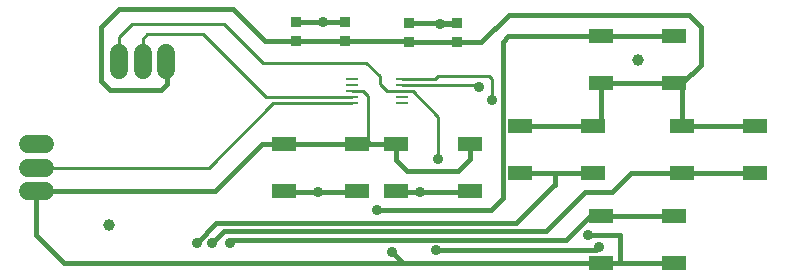
<source format=gbr>
G04 EAGLE Gerber RS-274X export*
G75*
%MOMM*%
%FSLAX34Y34*%
%LPD*%
%INTop Copper*%
%IPPOS*%
%AMOC8*
5,1,8,0,0,1.08239X$1,22.5*%
G01*
%ADD10C,1.000000*%
%ADD11C,1.500000*%
%ADD12R,2.000000X1.200000*%
%ADD13R,0.900000X0.900000*%
%ADD14R,1.000000X0.250000*%
%ADD15C,0.906400*%
%ADD16C,0.254000*%
%ADD17C,0.406400*%


D10*
X533400Y241300D03*
X85725Y101600D03*
D11*
X31800Y149860D02*
X16800Y149860D01*
X16800Y129860D02*
X31800Y129860D01*
X31800Y169860D02*
X16800Y169860D01*
X94300Y232360D02*
X94300Y247360D01*
X114300Y247360D02*
X114300Y232360D01*
X134300Y232360D02*
X134300Y247360D01*
D12*
X495820Y145100D03*
X433820Y145100D03*
X433820Y185100D03*
X495820Y185100D03*
X502400Y261300D03*
X564400Y261300D03*
X564400Y221300D03*
X502400Y221300D03*
X502400Y108900D03*
X564400Y108900D03*
X564400Y68900D03*
X502400Y68900D03*
X632980Y145100D03*
X570980Y145100D03*
X570980Y185100D03*
X632980Y185100D03*
D13*
X244295Y256795D03*
X244295Y272795D03*
X285295Y272795D03*
X285295Y256795D03*
X339545Y256160D03*
X339545Y272160D03*
X380545Y272160D03*
X380545Y256160D03*
D12*
X391045Y129860D03*
X329045Y129860D03*
X329045Y169860D03*
X391045Y169860D03*
X295795Y129860D03*
X233795Y129860D03*
X233795Y169860D03*
X295795Y169860D03*
D14*
X291289Y224630D03*
X291289Y219630D03*
X291289Y214630D03*
X291289Y209630D03*
X291289Y204630D03*
X333551Y204630D03*
X333551Y209630D03*
X333551Y214630D03*
X333551Y219630D03*
X333551Y224630D03*
D15*
X398780Y218440D03*
D16*
X397590Y219630D01*
X333551Y219630D01*
X333551Y224630D02*
X361790Y224630D01*
X364490Y227330D01*
X407670Y227330D01*
X410210Y224790D01*
X410210Y207010D01*
D15*
X410210Y207010D03*
D16*
X94300Y239860D02*
X94300Y260670D01*
X105410Y271780D01*
X182880Y271780D01*
X215900Y238760D01*
X303530Y238760D01*
X314960Y227330D01*
X314960Y220980D01*
X321310Y214630D01*
X333551Y214630D01*
X342900Y214630D01*
X364490Y193040D01*
X364490Y157480D01*
D15*
X364490Y157480D03*
X500380Y82550D03*
D17*
X497840Y80010D01*
X362709Y80010D01*
D15*
X362709Y80010D03*
D17*
X502400Y68900D02*
X518160Y68900D01*
X564400Y68900D01*
X502400Y221300D02*
X495820Y221300D01*
X329045Y169860D02*
X307340Y169860D01*
X295795Y169860D01*
D15*
X491490Y92710D03*
D17*
X295795Y169860D02*
X233795Y169860D01*
X244295Y256795D02*
X285295Y256795D01*
X338275Y256795D01*
X339545Y256160D01*
X380545Y256160D01*
X433820Y185100D02*
X495820Y185100D01*
X502400Y185100D01*
X502400Y221300D01*
X564400Y221300D01*
X570980Y221300D01*
X570980Y185100D01*
X632980Y185100D01*
X329045Y169860D02*
X329045Y156095D01*
X337820Y147320D01*
X381000Y147320D01*
X391045Y157365D01*
X391045Y169860D01*
X400940Y256160D02*
X380545Y256160D01*
X400940Y256160D02*
X424180Y279400D01*
X576580Y279400D01*
X586740Y269240D01*
X586740Y237060D01*
X570980Y221300D01*
X518160Y92710D02*
X491490Y92710D01*
X518160Y92710D02*
X518160Y68900D01*
X233795Y169860D02*
X215580Y169860D01*
X175580Y129860D01*
X24300Y129860D01*
X218185Y256795D02*
X244295Y256795D01*
X218185Y256795D02*
X190500Y284480D01*
X93980Y284480D01*
X78740Y269240D01*
X78740Y223520D01*
X86360Y215900D01*
X129540Y215900D01*
X134620Y220980D01*
X134620Y239540D01*
X134300Y239860D01*
D16*
X291289Y214630D02*
X300990Y214630D01*
X304800Y210820D01*
X304800Y172400D01*
X307340Y169860D01*
D17*
X334960Y68900D02*
X502400Y68900D01*
X334960Y68900D02*
X325120Y78740D01*
D15*
X325120Y78740D03*
D17*
X334960Y68900D02*
X47940Y68900D01*
X24300Y92540D01*
X24300Y129860D01*
D16*
X24300Y149860D02*
X170180Y149860D01*
X224950Y204630D01*
X291289Y204630D01*
D17*
X570980Y145100D02*
X632980Y145100D01*
X570980Y145100D02*
X527370Y145100D01*
X511810Y129540D01*
X488950Y129540D01*
X455930Y96520D01*
X182880Y96520D01*
X172720Y86360D01*
D15*
X172720Y86360D03*
D17*
X176530Y102870D02*
X430530Y102870D01*
X176530Y102870D02*
X160020Y86360D01*
D15*
X160020Y86360D03*
D17*
X433820Y145100D02*
X463550Y145100D01*
X495820Y145100D01*
X463550Y135890D02*
X463550Y135460D01*
X463550Y137160D02*
X463550Y145100D01*
X463550Y135890D02*
X430530Y102870D01*
X463550Y135890D02*
X463550Y137160D01*
X502400Y261300D02*
X564400Y261300D01*
X502400Y261300D02*
X423860Y261300D01*
X419100Y256540D01*
X419100Y124460D01*
X408940Y114300D01*
X312420Y114300D01*
D15*
X312420Y114300D03*
D17*
X502400Y108900D02*
X564400Y108900D01*
D15*
X187960Y86360D03*
D17*
X190500Y88900D01*
X472440Y88900D01*
X492760Y109220D01*
X502080Y109220D01*
X502400Y108900D01*
X233795Y129860D02*
X230190Y129860D01*
D15*
X262890Y129540D03*
D17*
X295475Y129540D02*
X295795Y129860D01*
X295475Y129540D02*
X262890Y129540D01*
X234115Y129540D02*
X233795Y129860D01*
X234115Y129540D02*
X262890Y129540D01*
D15*
X349250Y129540D03*
D17*
X329365Y129540D02*
X329045Y129860D01*
X329365Y129540D02*
X349250Y129540D01*
X390725Y129540D02*
X391045Y129860D01*
X390725Y129540D02*
X349250Y129540D01*
X339545Y272160D02*
X380545Y272160D01*
X376355Y271780D01*
X365760Y271780D01*
D15*
X365760Y271780D03*
D17*
X285295Y272795D02*
X244295Y272795D01*
X266955Y272795D02*
X285295Y272795D01*
X266955Y272795D02*
X266700Y273050D01*
D15*
X266700Y273050D03*
D16*
X114300Y259080D02*
X114300Y239860D01*
X114300Y259080D02*
X118110Y262890D01*
X165100Y262890D01*
X218360Y209630D01*
X291289Y209630D01*
M02*

</source>
